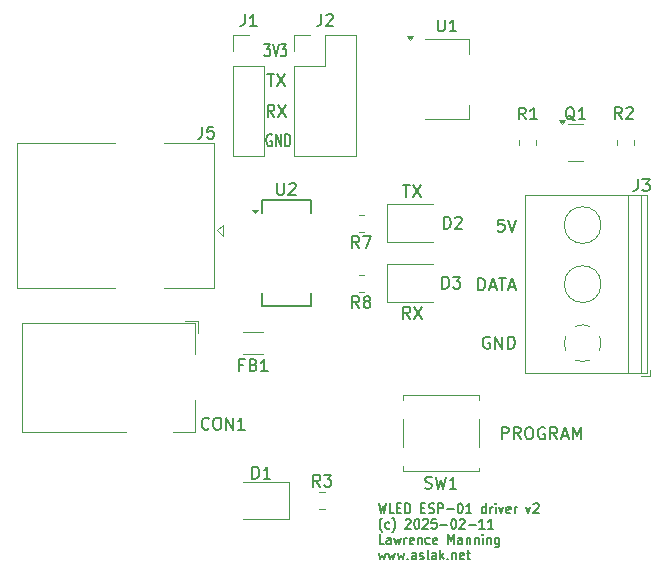
<source format=gbr>
%TF.GenerationSoftware,KiCad,Pcbnew,9.0.0+1*%
%TF.CreationDate,2025-03-04T14:17:01+00:00*%
%TF.ProjectId,ESP01LEDDriver,45535030-314c-4454-9444-72697665722e,rev?*%
%TF.SameCoordinates,Original*%
%TF.FileFunction,Legend,Top*%
%TF.FilePolarity,Positive*%
%FSLAX46Y46*%
G04 Gerber Fmt 4.6, Leading zero omitted, Abs format (unit mm)*
G04 Created by KiCad (PCBNEW 9.0.0+1) date 2025-03-04 14:17:01*
%MOMM*%
%LPD*%
G01*
G04 APERTURE LIST*
%ADD10C,0.127000*%
%ADD11C,0.203200*%
%ADD12C,0.152400*%
%ADD13C,0.150000*%
%ADD14C,0.120000*%
G04 APERTURE END LIST*
D10*
X32450409Y-21037416D02*
X32922123Y-21037416D01*
X32922123Y-21037416D02*
X32668123Y-21424464D01*
X32668123Y-21424464D02*
X32776980Y-21424464D01*
X32776980Y-21424464D02*
X32849552Y-21472845D01*
X32849552Y-21472845D02*
X32885837Y-21521226D01*
X32885837Y-21521226D02*
X32922123Y-21617988D01*
X32922123Y-21617988D02*
X32922123Y-21859893D01*
X32922123Y-21859893D02*
X32885837Y-21956655D01*
X32885837Y-21956655D02*
X32849552Y-22005036D01*
X32849552Y-22005036D02*
X32776980Y-22053416D01*
X32776980Y-22053416D02*
X32559266Y-22053416D01*
X32559266Y-22053416D02*
X32486694Y-22005036D01*
X32486694Y-22005036D02*
X32450409Y-21956655D01*
X33139837Y-21037416D02*
X33393837Y-22053416D01*
X33393837Y-22053416D02*
X33647837Y-21037416D01*
X33829266Y-21037416D02*
X34300980Y-21037416D01*
X34300980Y-21037416D02*
X34046980Y-21424464D01*
X34046980Y-21424464D02*
X34155837Y-21424464D01*
X34155837Y-21424464D02*
X34228409Y-21472845D01*
X34228409Y-21472845D02*
X34264694Y-21521226D01*
X34264694Y-21521226D02*
X34300980Y-21617988D01*
X34300980Y-21617988D02*
X34300980Y-21859893D01*
X34300980Y-21859893D02*
X34264694Y-21956655D01*
X34264694Y-21956655D02*
X34228409Y-22005036D01*
X34228409Y-22005036D02*
X34155837Y-22053416D01*
X34155837Y-22053416D02*
X33938123Y-22053416D01*
X33938123Y-22053416D02*
X33865551Y-22005036D01*
X33865551Y-22005036D02*
X33829266Y-21956655D01*
D11*
X52728554Y-35892453D02*
X52244744Y-35892453D01*
X52244744Y-35892453D02*
X52196363Y-36376263D01*
X52196363Y-36376263D02*
X52244744Y-36327882D01*
X52244744Y-36327882D02*
X52341506Y-36279501D01*
X52341506Y-36279501D02*
X52583411Y-36279501D01*
X52583411Y-36279501D02*
X52680173Y-36327882D01*
X52680173Y-36327882D02*
X52728554Y-36376263D01*
X52728554Y-36376263D02*
X52776935Y-36473025D01*
X52776935Y-36473025D02*
X52776935Y-36714930D01*
X52776935Y-36714930D02*
X52728554Y-36811692D01*
X52728554Y-36811692D02*
X52680173Y-36860073D01*
X52680173Y-36860073D02*
X52583411Y-36908453D01*
X52583411Y-36908453D02*
X52341506Y-36908453D01*
X52341506Y-36908453D02*
X52244744Y-36860073D01*
X52244744Y-36860073D02*
X52196363Y-36811692D01*
X53067220Y-35892453D02*
X53405887Y-36908453D01*
X53405887Y-36908453D02*
X53744554Y-35892453D01*
D10*
X32692313Y-23577416D02*
X33272885Y-23577416D01*
X32982599Y-24593416D02*
X32982599Y-23577416D01*
X33514789Y-23577416D02*
X34192123Y-24593416D01*
X34192123Y-23577416D02*
X33514789Y-24593416D01*
D11*
X52541714Y-54475093D02*
X52541714Y-53459093D01*
X52541714Y-53459093D02*
X52928762Y-53459093D01*
X52928762Y-53459093D02*
X53025524Y-53507474D01*
X53025524Y-53507474D02*
X53073905Y-53555855D01*
X53073905Y-53555855D02*
X53122286Y-53652617D01*
X53122286Y-53652617D02*
X53122286Y-53797760D01*
X53122286Y-53797760D02*
X53073905Y-53894522D01*
X53073905Y-53894522D02*
X53025524Y-53942903D01*
X53025524Y-53942903D02*
X52928762Y-53991284D01*
X52928762Y-53991284D02*
X52541714Y-53991284D01*
X54138286Y-54475093D02*
X53799619Y-53991284D01*
X53557714Y-54475093D02*
X53557714Y-53459093D01*
X53557714Y-53459093D02*
X53944762Y-53459093D01*
X53944762Y-53459093D02*
X54041524Y-53507474D01*
X54041524Y-53507474D02*
X54089905Y-53555855D01*
X54089905Y-53555855D02*
X54138286Y-53652617D01*
X54138286Y-53652617D02*
X54138286Y-53797760D01*
X54138286Y-53797760D02*
X54089905Y-53894522D01*
X54089905Y-53894522D02*
X54041524Y-53942903D01*
X54041524Y-53942903D02*
X53944762Y-53991284D01*
X53944762Y-53991284D02*
X53557714Y-53991284D01*
X54767238Y-53459093D02*
X54960762Y-53459093D01*
X54960762Y-53459093D02*
X55057524Y-53507474D01*
X55057524Y-53507474D02*
X55154286Y-53604236D01*
X55154286Y-53604236D02*
X55202667Y-53797760D01*
X55202667Y-53797760D02*
X55202667Y-54136427D01*
X55202667Y-54136427D02*
X55154286Y-54329951D01*
X55154286Y-54329951D02*
X55057524Y-54426713D01*
X55057524Y-54426713D02*
X54960762Y-54475093D01*
X54960762Y-54475093D02*
X54767238Y-54475093D01*
X54767238Y-54475093D02*
X54670476Y-54426713D01*
X54670476Y-54426713D02*
X54573714Y-54329951D01*
X54573714Y-54329951D02*
X54525333Y-54136427D01*
X54525333Y-54136427D02*
X54525333Y-53797760D01*
X54525333Y-53797760D02*
X54573714Y-53604236D01*
X54573714Y-53604236D02*
X54670476Y-53507474D01*
X54670476Y-53507474D02*
X54767238Y-53459093D01*
X56170286Y-53507474D02*
X56073524Y-53459093D01*
X56073524Y-53459093D02*
X55928381Y-53459093D01*
X55928381Y-53459093D02*
X55783238Y-53507474D01*
X55783238Y-53507474D02*
X55686476Y-53604236D01*
X55686476Y-53604236D02*
X55638095Y-53700998D01*
X55638095Y-53700998D02*
X55589714Y-53894522D01*
X55589714Y-53894522D02*
X55589714Y-54039665D01*
X55589714Y-54039665D02*
X55638095Y-54233189D01*
X55638095Y-54233189D02*
X55686476Y-54329951D01*
X55686476Y-54329951D02*
X55783238Y-54426713D01*
X55783238Y-54426713D02*
X55928381Y-54475093D01*
X55928381Y-54475093D02*
X56025143Y-54475093D01*
X56025143Y-54475093D02*
X56170286Y-54426713D01*
X56170286Y-54426713D02*
X56218667Y-54378332D01*
X56218667Y-54378332D02*
X56218667Y-54039665D01*
X56218667Y-54039665D02*
X56025143Y-54039665D01*
X57234667Y-54475093D02*
X56896000Y-53991284D01*
X56654095Y-54475093D02*
X56654095Y-53459093D01*
X56654095Y-53459093D02*
X57041143Y-53459093D01*
X57041143Y-53459093D02*
X57137905Y-53507474D01*
X57137905Y-53507474D02*
X57186286Y-53555855D01*
X57186286Y-53555855D02*
X57234667Y-53652617D01*
X57234667Y-53652617D02*
X57234667Y-53797760D01*
X57234667Y-53797760D02*
X57186286Y-53894522D01*
X57186286Y-53894522D02*
X57137905Y-53942903D01*
X57137905Y-53942903D02*
X57041143Y-53991284D01*
X57041143Y-53991284D02*
X56654095Y-53991284D01*
X57621714Y-54184808D02*
X58105524Y-54184808D01*
X57524952Y-54475093D02*
X57863619Y-53459093D01*
X57863619Y-53459093D02*
X58202286Y-54475093D01*
X58540952Y-54475093D02*
X58540952Y-53459093D01*
X58540952Y-53459093D02*
X58879619Y-54184808D01*
X58879619Y-54184808D02*
X59218286Y-53459093D01*
X59218286Y-53459093D02*
X59218286Y-54475093D01*
X51519030Y-45846834D02*
X51422268Y-45798453D01*
X51422268Y-45798453D02*
X51277125Y-45798453D01*
X51277125Y-45798453D02*
X51131982Y-45846834D01*
X51131982Y-45846834D02*
X51035220Y-45943596D01*
X51035220Y-45943596D02*
X50986839Y-46040358D01*
X50986839Y-46040358D02*
X50938458Y-46233882D01*
X50938458Y-46233882D02*
X50938458Y-46379025D01*
X50938458Y-46379025D02*
X50986839Y-46572549D01*
X50986839Y-46572549D02*
X51035220Y-46669311D01*
X51035220Y-46669311D02*
X51131982Y-46766073D01*
X51131982Y-46766073D02*
X51277125Y-46814453D01*
X51277125Y-46814453D02*
X51373887Y-46814453D01*
X51373887Y-46814453D02*
X51519030Y-46766073D01*
X51519030Y-46766073D02*
X51567411Y-46717692D01*
X51567411Y-46717692D02*
X51567411Y-46379025D01*
X51567411Y-46379025D02*
X51373887Y-46379025D01*
X52002839Y-46814453D02*
X52002839Y-45798453D01*
X52002839Y-45798453D02*
X52583411Y-46814453D01*
X52583411Y-46814453D02*
X52583411Y-45798453D01*
X53067220Y-46814453D02*
X53067220Y-45798453D01*
X53067220Y-45798453D02*
X53309125Y-45798453D01*
X53309125Y-45798453D02*
X53454268Y-45846834D01*
X53454268Y-45846834D02*
X53551030Y-45943596D01*
X53551030Y-45943596D02*
X53599411Y-46040358D01*
X53599411Y-46040358D02*
X53647792Y-46233882D01*
X53647792Y-46233882D02*
X53647792Y-46379025D01*
X53647792Y-46379025D02*
X53599411Y-46572549D01*
X53599411Y-46572549D02*
X53551030Y-46669311D01*
X53551030Y-46669311D02*
X53454268Y-46766073D01*
X53454268Y-46766073D02*
X53309125Y-46814453D01*
X53309125Y-46814453D02*
X53067220Y-46814453D01*
D10*
X33291028Y-27173416D02*
X32952361Y-26689607D01*
X32710456Y-27173416D02*
X32710456Y-26157416D01*
X32710456Y-26157416D02*
X33097504Y-26157416D01*
X33097504Y-26157416D02*
X33194266Y-26205797D01*
X33194266Y-26205797D02*
X33242647Y-26254178D01*
X33242647Y-26254178D02*
X33291028Y-26350940D01*
X33291028Y-26350940D02*
X33291028Y-26496083D01*
X33291028Y-26496083D02*
X33242647Y-26592845D01*
X33242647Y-26592845D02*
X33194266Y-26641226D01*
X33194266Y-26641226D02*
X33097504Y-26689607D01*
X33097504Y-26689607D02*
X32710456Y-26689607D01*
X33629694Y-26157416D02*
X34307028Y-27173416D01*
X34307028Y-26157416D02*
X33629694Y-27173416D01*
D11*
X50551411Y-41861453D02*
X50551411Y-40845453D01*
X50551411Y-40845453D02*
X50793316Y-40845453D01*
X50793316Y-40845453D02*
X50938459Y-40893834D01*
X50938459Y-40893834D02*
X51035221Y-40990596D01*
X51035221Y-40990596D02*
X51083602Y-41087358D01*
X51083602Y-41087358D02*
X51131983Y-41280882D01*
X51131983Y-41280882D02*
X51131983Y-41426025D01*
X51131983Y-41426025D02*
X51083602Y-41619549D01*
X51083602Y-41619549D02*
X51035221Y-41716311D01*
X51035221Y-41716311D02*
X50938459Y-41813073D01*
X50938459Y-41813073D02*
X50793316Y-41861453D01*
X50793316Y-41861453D02*
X50551411Y-41861453D01*
X51519030Y-41571168D02*
X52002840Y-41571168D01*
X51422268Y-41861453D02*
X51760935Y-40845453D01*
X51760935Y-40845453D02*
X52099602Y-41861453D01*
X52293125Y-40845453D02*
X52873697Y-40845453D01*
X52583411Y-41861453D02*
X52583411Y-40845453D01*
X53163982Y-41571168D02*
X53647792Y-41571168D01*
X53067220Y-41861453D02*
X53405887Y-40845453D01*
X53405887Y-40845453D02*
X53744554Y-41861453D01*
D12*
X42119120Y-59924117D02*
X42300548Y-60736917D01*
X42300548Y-60736917D02*
X42445691Y-60156346D01*
X42445691Y-60156346D02*
X42590834Y-60736917D01*
X42590834Y-60736917D02*
X42772263Y-59924117D01*
X43425405Y-60736917D02*
X43062548Y-60736917D01*
X43062548Y-60736917D02*
X43062548Y-59924117D01*
X43679405Y-60311165D02*
X43933405Y-60311165D01*
X44042262Y-60736917D02*
X43679405Y-60736917D01*
X43679405Y-60736917D02*
X43679405Y-59924117D01*
X43679405Y-59924117D02*
X44042262Y-59924117D01*
X44368834Y-60736917D02*
X44368834Y-59924117D01*
X44368834Y-59924117D02*
X44550263Y-59924117D01*
X44550263Y-59924117D02*
X44659120Y-59962822D01*
X44659120Y-59962822D02*
X44731691Y-60040232D01*
X44731691Y-60040232D02*
X44767977Y-60117641D01*
X44767977Y-60117641D02*
X44804263Y-60272460D01*
X44804263Y-60272460D02*
X44804263Y-60388574D01*
X44804263Y-60388574D02*
X44767977Y-60543393D01*
X44767977Y-60543393D02*
X44731691Y-60620803D01*
X44731691Y-60620803D02*
X44659120Y-60698213D01*
X44659120Y-60698213D02*
X44550263Y-60736917D01*
X44550263Y-60736917D02*
X44368834Y-60736917D01*
X45711405Y-60311165D02*
X45965405Y-60311165D01*
X46074262Y-60736917D02*
X45711405Y-60736917D01*
X45711405Y-60736917D02*
X45711405Y-59924117D01*
X45711405Y-59924117D02*
X46074262Y-59924117D01*
X46364548Y-60698213D02*
X46473406Y-60736917D01*
X46473406Y-60736917D02*
X46654834Y-60736917D01*
X46654834Y-60736917D02*
X46727406Y-60698213D01*
X46727406Y-60698213D02*
X46763691Y-60659508D01*
X46763691Y-60659508D02*
X46799977Y-60582098D01*
X46799977Y-60582098D02*
X46799977Y-60504689D01*
X46799977Y-60504689D02*
X46763691Y-60427279D01*
X46763691Y-60427279D02*
X46727406Y-60388574D01*
X46727406Y-60388574D02*
X46654834Y-60349870D01*
X46654834Y-60349870D02*
X46509691Y-60311165D01*
X46509691Y-60311165D02*
X46437120Y-60272460D01*
X46437120Y-60272460D02*
X46400834Y-60233755D01*
X46400834Y-60233755D02*
X46364548Y-60156346D01*
X46364548Y-60156346D02*
X46364548Y-60078936D01*
X46364548Y-60078936D02*
X46400834Y-60001527D01*
X46400834Y-60001527D02*
X46437120Y-59962822D01*
X46437120Y-59962822D02*
X46509691Y-59924117D01*
X46509691Y-59924117D02*
X46691120Y-59924117D01*
X46691120Y-59924117D02*
X46799977Y-59962822D01*
X47126548Y-60736917D02*
X47126548Y-59924117D01*
X47126548Y-59924117D02*
X47416834Y-59924117D01*
X47416834Y-59924117D02*
X47489405Y-59962822D01*
X47489405Y-59962822D02*
X47525691Y-60001527D01*
X47525691Y-60001527D02*
X47561977Y-60078936D01*
X47561977Y-60078936D02*
X47561977Y-60195051D01*
X47561977Y-60195051D02*
X47525691Y-60272460D01*
X47525691Y-60272460D02*
X47489405Y-60311165D01*
X47489405Y-60311165D02*
X47416834Y-60349870D01*
X47416834Y-60349870D02*
X47126548Y-60349870D01*
X47888548Y-60427279D02*
X48469120Y-60427279D01*
X48977120Y-59924117D02*
X49049691Y-59924117D01*
X49049691Y-59924117D02*
X49122263Y-59962822D01*
X49122263Y-59962822D02*
X49158549Y-60001527D01*
X49158549Y-60001527D02*
X49194834Y-60078936D01*
X49194834Y-60078936D02*
X49231120Y-60233755D01*
X49231120Y-60233755D02*
X49231120Y-60427279D01*
X49231120Y-60427279D02*
X49194834Y-60582098D01*
X49194834Y-60582098D02*
X49158549Y-60659508D01*
X49158549Y-60659508D02*
X49122263Y-60698213D01*
X49122263Y-60698213D02*
X49049691Y-60736917D01*
X49049691Y-60736917D02*
X48977120Y-60736917D01*
X48977120Y-60736917D02*
X48904549Y-60698213D01*
X48904549Y-60698213D02*
X48868263Y-60659508D01*
X48868263Y-60659508D02*
X48831977Y-60582098D01*
X48831977Y-60582098D02*
X48795691Y-60427279D01*
X48795691Y-60427279D02*
X48795691Y-60233755D01*
X48795691Y-60233755D02*
X48831977Y-60078936D01*
X48831977Y-60078936D02*
X48868263Y-60001527D01*
X48868263Y-60001527D02*
X48904549Y-59962822D01*
X48904549Y-59962822D02*
X48977120Y-59924117D01*
X49956834Y-60736917D02*
X49521405Y-60736917D01*
X49739120Y-60736917D02*
X49739120Y-59924117D01*
X49739120Y-59924117D02*
X49666548Y-60040232D01*
X49666548Y-60040232D02*
X49593977Y-60117641D01*
X49593977Y-60117641D02*
X49521405Y-60156346D01*
X51190548Y-60736917D02*
X51190548Y-59924117D01*
X51190548Y-60698213D02*
X51117976Y-60736917D01*
X51117976Y-60736917D02*
X50972833Y-60736917D01*
X50972833Y-60736917D02*
X50900262Y-60698213D01*
X50900262Y-60698213D02*
X50863976Y-60659508D01*
X50863976Y-60659508D02*
X50827690Y-60582098D01*
X50827690Y-60582098D02*
X50827690Y-60349870D01*
X50827690Y-60349870D02*
X50863976Y-60272460D01*
X50863976Y-60272460D02*
X50900262Y-60233755D01*
X50900262Y-60233755D02*
X50972833Y-60195051D01*
X50972833Y-60195051D02*
X51117976Y-60195051D01*
X51117976Y-60195051D02*
X51190548Y-60233755D01*
X51553405Y-60736917D02*
X51553405Y-60195051D01*
X51553405Y-60349870D02*
X51589691Y-60272460D01*
X51589691Y-60272460D02*
X51625977Y-60233755D01*
X51625977Y-60233755D02*
X51698548Y-60195051D01*
X51698548Y-60195051D02*
X51771119Y-60195051D01*
X52025119Y-60736917D02*
X52025119Y-60195051D01*
X52025119Y-59924117D02*
X51988833Y-59962822D01*
X51988833Y-59962822D02*
X52025119Y-60001527D01*
X52025119Y-60001527D02*
X52061405Y-59962822D01*
X52061405Y-59962822D02*
X52025119Y-59924117D01*
X52025119Y-59924117D02*
X52025119Y-60001527D01*
X52315405Y-60195051D02*
X52496833Y-60736917D01*
X52496833Y-60736917D02*
X52678262Y-60195051D01*
X53258833Y-60698213D02*
X53186261Y-60736917D01*
X53186261Y-60736917D02*
X53041119Y-60736917D01*
X53041119Y-60736917D02*
X52968547Y-60698213D01*
X52968547Y-60698213D02*
X52932261Y-60620803D01*
X52932261Y-60620803D02*
X52932261Y-60311165D01*
X52932261Y-60311165D02*
X52968547Y-60233755D01*
X52968547Y-60233755D02*
X53041119Y-60195051D01*
X53041119Y-60195051D02*
X53186261Y-60195051D01*
X53186261Y-60195051D02*
X53258833Y-60233755D01*
X53258833Y-60233755D02*
X53295119Y-60311165D01*
X53295119Y-60311165D02*
X53295119Y-60388574D01*
X53295119Y-60388574D02*
X52932261Y-60465984D01*
X53621690Y-60736917D02*
X53621690Y-60195051D01*
X53621690Y-60349870D02*
X53657976Y-60272460D01*
X53657976Y-60272460D02*
X53694262Y-60233755D01*
X53694262Y-60233755D02*
X53766833Y-60195051D01*
X53766833Y-60195051D02*
X53839404Y-60195051D01*
X54601404Y-60195051D02*
X54782832Y-60736917D01*
X54782832Y-60736917D02*
X54964261Y-60195051D01*
X55218260Y-60001527D02*
X55254546Y-59962822D01*
X55254546Y-59962822D02*
X55327118Y-59924117D01*
X55327118Y-59924117D02*
X55508546Y-59924117D01*
X55508546Y-59924117D02*
X55581118Y-59962822D01*
X55581118Y-59962822D02*
X55617403Y-60001527D01*
X55617403Y-60001527D02*
X55653689Y-60078936D01*
X55653689Y-60078936D02*
X55653689Y-60156346D01*
X55653689Y-60156346D02*
X55617403Y-60272460D01*
X55617403Y-60272460D02*
X55181975Y-60736917D01*
X55181975Y-60736917D02*
X55653689Y-60736917D01*
X42409405Y-62355117D02*
X42373120Y-62316413D01*
X42373120Y-62316413D02*
X42300548Y-62200298D01*
X42300548Y-62200298D02*
X42264263Y-62122889D01*
X42264263Y-62122889D02*
X42227977Y-62006775D01*
X42227977Y-62006775D02*
X42191691Y-61813251D01*
X42191691Y-61813251D02*
X42191691Y-61658432D01*
X42191691Y-61658432D02*
X42227977Y-61464908D01*
X42227977Y-61464908D02*
X42264263Y-61348794D01*
X42264263Y-61348794D02*
X42300548Y-61271384D01*
X42300548Y-61271384D02*
X42373120Y-61155270D01*
X42373120Y-61155270D02*
X42409405Y-61116565D01*
X43026263Y-62006775D02*
X42953691Y-62045479D01*
X42953691Y-62045479D02*
X42808548Y-62045479D01*
X42808548Y-62045479D02*
X42735977Y-62006775D01*
X42735977Y-62006775D02*
X42699691Y-61968070D01*
X42699691Y-61968070D02*
X42663405Y-61890660D01*
X42663405Y-61890660D02*
X42663405Y-61658432D01*
X42663405Y-61658432D02*
X42699691Y-61581022D01*
X42699691Y-61581022D02*
X42735977Y-61542317D01*
X42735977Y-61542317D02*
X42808548Y-61503613D01*
X42808548Y-61503613D02*
X42953691Y-61503613D01*
X42953691Y-61503613D02*
X43026263Y-61542317D01*
X43280263Y-62355117D02*
X43316548Y-62316413D01*
X43316548Y-62316413D02*
X43389120Y-62200298D01*
X43389120Y-62200298D02*
X43425406Y-62122889D01*
X43425406Y-62122889D02*
X43461691Y-62006775D01*
X43461691Y-62006775D02*
X43497977Y-61813251D01*
X43497977Y-61813251D02*
X43497977Y-61658432D01*
X43497977Y-61658432D02*
X43461691Y-61464908D01*
X43461691Y-61464908D02*
X43425406Y-61348794D01*
X43425406Y-61348794D02*
X43389120Y-61271384D01*
X43389120Y-61271384D02*
X43316548Y-61155270D01*
X43316548Y-61155270D02*
X43280263Y-61116565D01*
X44405119Y-61310089D02*
X44441405Y-61271384D01*
X44441405Y-61271384D02*
X44513977Y-61232679D01*
X44513977Y-61232679D02*
X44695405Y-61232679D01*
X44695405Y-61232679D02*
X44767977Y-61271384D01*
X44767977Y-61271384D02*
X44804262Y-61310089D01*
X44804262Y-61310089D02*
X44840548Y-61387498D01*
X44840548Y-61387498D02*
X44840548Y-61464908D01*
X44840548Y-61464908D02*
X44804262Y-61581022D01*
X44804262Y-61581022D02*
X44368834Y-62045479D01*
X44368834Y-62045479D02*
X44840548Y-62045479D01*
X45312262Y-61232679D02*
X45384833Y-61232679D01*
X45384833Y-61232679D02*
X45457405Y-61271384D01*
X45457405Y-61271384D02*
X45493691Y-61310089D01*
X45493691Y-61310089D02*
X45529976Y-61387498D01*
X45529976Y-61387498D02*
X45566262Y-61542317D01*
X45566262Y-61542317D02*
X45566262Y-61735841D01*
X45566262Y-61735841D02*
X45529976Y-61890660D01*
X45529976Y-61890660D02*
X45493691Y-61968070D01*
X45493691Y-61968070D02*
X45457405Y-62006775D01*
X45457405Y-62006775D02*
X45384833Y-62045479D01*
X45384833Y-62045479D02*
X45312262Y-62045479D01*
X45312262Y-62045479D02*
X45239691Y-62006775D01*
X45239691Y-62006775D02*
X45203405Y-61968070D01*
X45203405Y-61968070D02*
X45167119Y-61890660D01*
X45167119Y-61890660D02*
X45130833Y-61735841D01*
X45130833Y-61735841D02*
X45130833Y-61542317D01*
X45130833Y-61542317D02*
X45167119Y-61387498D01*
X45167119Y-61387498D02*
X45203405Y-61310089D01*
X45203405Y-61310089D02*
X45239691Y-61271384D01*
X45239691Y-61271384D02*
X45312262Y-61232679D01*
X45856547Y-61310089D02*
X45892833Y-61271384D01*
X45892833Y-61271384D02*
X45965405Y-61232679D01*
X45965405Y-61232679D02*
X46146833Y-61232679D01*
X46146833Y-61232679D02*
X46219405Y-61271384D01*
X46219405Y-61271384D02*
X46255690Y-61310089D01*
X46255690Y-61310089D02*
X46291976Y-61387498D01*
X46291976Y-61387498D02*
X46291976Y-61464908D01*
X46291976Y-61464908D02*
X46255690Y-61581022D01*
X46255690Y-61581022D02*
X45820262Y-62045479D01*
X45820262Y-62045479D02*
X46291976Y-62045479D01*
X46981404Y-61232679D02*
X46618547Y-61232679D01*
X46618547Y-61232679D02*
X46582261Y-61619727D01*
X46582261Y-61619727D02*
X46618547Y-61581022D01*
X46618547Y-61581022D02*
X46691119Y-61542317D01*
X46691119Y-61542317D02*
X46872547Y-61542317D01*
X46872547Y-61542317D02*
X46945119Y-61581022D01*
X46945119Y-61581022D02*
X46981404Y-61619727D01*
X46981404Y-61619727D02*
X47017690Y-61697136D01*
X47017690Y-61697136D02*
X47017690Y-61890660D01*
X47017690Y-61890660D02*
X46981404Y-61968070D01*
X46981404Y-61968070D02*
X46945119Y-62006775D01*
X46945119Y-62006775D02*
X46872547Y-62045479D01*
X46872547Y-62045479D02*
X46691119Y-62045479D01*
X46691119Y-62045479D02*
X46618547Y-62006775D01*
X46618547Y-62006775D02*
X46582261Y-61968070D01*
X47344261Y-61735841D02*
X47924833Y-61735841D01*
X48432833Y-61232679D02*
X48505404Y-61232679D01*
X48505404Y-61232679D02*
X48577976Y-61271384D01*
X48577976Y-61271384D02*
X48614262Y-61310089D01*
X48614262Y-61310089D02*
X48650547Y-61387498D01*
X48650547Y-61387498D02*
X48686833Y-61542317D01*
X48686833Y-61542317D02*
X48686833Y-61735841D01*
X48686833Y-61735841D02*
X48650547Y-61890660D01*
X48650547Y-61890660D02*
X48614262Y-61968070D01*
X48614262Y-61968070D02*
X48577976Y-62006775D01*
X48577976Y-62006775D02*
X48505404Y-62045479D01*
X48505404Y-62045479D02*
X48432833Y-62045479D01*
X48432833Y-62045479D02*
X48360262Y-62006775D01*
X48360262Y-62006775D02*
X48323976Y-61968070D01*
X48323976Y-61968070D02*
X48287690Y-61890660D01*
X48287690Y-61890660D02*
X48251404Y-61735841D01*
X48251404Y-61735841D02*
X48251404Y-61542317D01*
X48251404Y-61542317D02*
X48287690Y-61387498D01*
X48287690Y-61387498D02*
X48323976Y-61310089D01*
X48323976Y-61310089D02*
X48360262Y-61271384D01*
X48360262Y-61271384D02*
X48432833Y-61232679D01*
X48977118Y-61310089D02*
X49013404Y-61271384D01*
X49013404Y-61271384D02*
X49085976Y-61232679D01*
X49085976Y-61232679D02*
X49267404Y-61232679D01*
X49267404Y-61232679D02*
X49339976Y-61271384D01*
X49339976Y-61271384D02*
X49376261Y-61310089D01*
X49376261Y-61310089D02*
X49412547Y-61387498D01*
X49412547Y-61387498D02*
X49412547Y-61464908D01*
X49412547Y-61464908D02*
X49376261Y-61581022D01*
X49376261Y-61581022D02*
X48940833Y-62045479D01*
X48940833Y-62045479D02*
X49412547Y-62045479D01*
X49739118Y-61735841D02*
X50319690Y-61735841D01*
X51081690Y-62045479D02*
X50646261Y-62045479D01*
X50863976Y-62045479D02*
X50863976Y-61232679D01*
X50863976Y-61232679D02*
X50791404Y-61348794D01*
X50791404Y-61348794D02*
X50718833Y-61426203D01*
X50718833Y-61426203D02*
X50646261Y-61464908D01*
X51807404Y-62045479D02*
X51371975Y-62045479D01*
X51589690Y-62045479D02*
X51589690Y-61232679D01*
X51589690Y-61232679D02*
X51517118Y-61348794D01*
X51517118Y-61348794D02*
X51444547Y-61426203D01*
X51444547Y-61426203D02*
X51371975Y-61464908D01*
X42554548Y-63354041D02*
X42191691Y-63354041D01*
X42191691Y-63354041D02*
X42191691Y-62541241D01*
X43135120Y-63354041D02*
X43135120Y-62928289D01*
X43135120Y-62928289D02*
X43098834Y-62850879D01*
X43098834Y-62850879D02*
X43026262Y-62812175D01*
X43026262Y-62812175D02*
X42881120Y-62812175D01*
X42881120Y-62812175D02*
X42808548Y-62850879D01*
X43135120Y-63315337D02*
X43062548Y-63354041D01*
X43062548Y-63354041D02*
X42881120Y-63354041D01*
X42881120Y-63354041D02*
X42808548Y-63315337D01*
X42808548Y-63315337D02*
X42772262Y-63237927D01*
X42772262Y-63237927D02*
X42772262Y-63160517D01*
X42772262Y-63160517D02*
X42808548Y-63083108D01*
X42808548Y-63083108D02*
X42881120Y-63044403D01*
X42881120Y-63044403D02*
X43062548Y-63044403D01*
X43062548Y-63044403D02*
X43135120Y-63005698D01*
X43425406Y-62812175D02*
X43570549Y-63354041D01*
X43570549Y-63354041D02*
X43715691Y-62966994D01*
X43715691Y-62966994D02*
X43860834Y-63354041D01*
X43860834Y-63354041D02*
X44005977Y-62812175D01*
X44296263Y-63354041D02*
X44296263Y-62812175D01*
X44296263Y-62966994D02*
X44332549Y-62889584D01*
X44332549Y-62889584D02*
X44368835Y-62850879D01*
X44368835Y-62850879D02*
X44441406Y-62812175D01*
X44441406Y-62812175D02*
X44513977Y-62812175D01*
X45058263Y-63315337D02*
X44985691Y-63354041D01*
X44985691Y-63354041D02*
X44840549Y-63354041D01*
X44840549Y-63354041D02*
X44767977Y-63315337D01*
X44767977Y-63315337D02*
X44731691Y-63237927D01*
X44731691Y-63237927D02*
X44731691Y-62928289D01*
X44731691Y-62928289D02*
X44767977Y-62850879D01*
X44767977Y-62850879D02*
X44840549Y-62812175D01*
X44840549Y-62812175D02*
X44985691Y-62812175D01*
X44985691Y-62812175D02*
X45058263Y-62850879D01*
X45058263Y-62850879D02*
X45094549Y-62928289D01*
X45094549Y-62928289D02*
X45094549Y-63005698D01*
X45094549Y-63005698D02*
X44731691Y-63083108D01*
X45421120Y-62812175D02*
X45421120Y-63354041D01*
X45421120Y-62889584D02*
X45457406Y-62850879D01*
X45457406Y-62850879D02*
X45529977Y-62812175D01*
X45529977Y-62812175D02*
X45638834Y-62812175D01*
X45638834Y-62812175D02*
X45711406Y-62850879D01*
X45711406Y-62850879D02*
X45747692Y-62928289D01*
X45747692Y-62928289D02*
X45747692Y-63354041D01*
X46437121Y-63315337D02*
X46364549Y-63354041D01*
X46364549Y-63354041D02*
X46219406Y-63354041D01*
X46219406Y-63354041D02*
X46146835Y-63315337D01*
X46146835Y-63315337D02*
X46110549Y-63276632D01*
X46110549Y-63276632D02*
X46074263Y-63199222D01*
X46074263Y-63199222D02*
X46074263Y-62966994D01*
X46074263Y-62966994D02*
X46110549Y-62889584D01*
X46110549Y-62889584D02*
X46146835Y-62850879D01*
X46146835Y-62850879D02*
X46219406Y-62812175D01*
X46219406Y-62812175D02*
X46364549Y-62812175D01*
X46364549Y-62812175D02*
X46437121Y-62850879D01*
X47053978Y-63315337D02*
X46981406Y-63354041D01*
X46981406Y-63354041D02*
X46836264Y-63354041D01*
X46836264Y-63354041D02*
X46763692Y-63315337D01*
X46763692Y-63315337D02*
X46727406Y-63237927D01*
X46727406Y-63237927D02*
X46727406Y-62928289D01*
X46727406Y-62928289D02*
X46763692Y-62850879D01*
X46763692Y-62850879D02*
X46836264Y-62812175D01*
X46836264Y-62812175D02*
X46981406Y-62812175D01*
X46981406Y-62812175D02*
X47053978Y-62850879D01*
X47053978Y-62850879D02*
X47090264Y-62928289D01*
X47090264Y-62928289D02*
X47090264Y-63005698D01*
X47090264Y-63005698D02*
X46727406Y-63083108D01*
X47997406Y-63354041D02*
X47997406Y-62541241D01*
X47997406Y-62541241D02*
X48251406Y-63121813D01*
X48251406Y-63121813D02*
X48505406Y-62541241D01*
X48505406Y-62541241D02*
X48505406Y-63354041D01*
X49194835Y-63354041D02*
X49194835Y-62928289D01*
X49194835Y-62928289D02*
X49158549Y-62850879D01*
X49158549Y-62850879D02*
X49085977Y-62812175D01*
X49085977Y-62812175D02*
X48940835Y-62812175D01*
X48940835Y-62812175D02*
X48868263Y-62850879D01*
X49194835Y-63315337D02*
X49122263Y-63354041D01*
X49122263Y-63354041D02*
X48940835Y-63354041D01*
X48940835Y-63354041D02*
X48868263Y-63315337D01*
X48868263Y-63315337D02*
X48831977Y-63237927D01*
X48831977Y-63237927D02*
X48831977Y-63160517D01*
X48831977Y-63160517D02*
X48868263Y-63083108D01*
X48868263Y-63083108D02*
X48940835Y-63044403D01*
X48940835Y-63044403D02*
X49122263Y-63044403D01*
X49122263Y-63044403D02*
X49194835Y-63005698D01*
X49557692Y-62812175D02*
X49557692Y-63354041D01*
X49557692Y-62889584D02*
X49593978Y-62850879D01*
X49593978Y-62850879D02*
X49666549Y-62812175D01*
X49666549Y-62812175D02*
X49775406Y-62812175D01*
X49775406Y-62812175D02*
X49847978Y-62850879D01*
X49847978Y-62850879D02*
X49884264Y-62928289D01*
X49884264Y-62928289D02*
X49884264Y-63354041D01*
X50247121Y-62812175D02*
X50247121Y-63354041D01*
X50247121Y-62889584D02*
X50283407Y-62850879D01*
X50283407Y-62850879D02*
X50355978Y-62812175D01*
X50355978Y-62812175D02*
X50464835Y-62812175D01*
X50464835Y-62812175D02*
X50537407Y-62850879D01*
X50537407Y-62850879D02*
X50573693Y-62928289D01*
X50573693Y-62928289D02*
X50573693Y-63354041D01*
X50936550Y-63354041D02*
X50936550Y-62812175D01*
X50936550Y-62541241D02*
X50900264Y-62579946D01*
X50900264Y-62579946D02*
X50936550Y-62618651D01*
X50936550Y-62618651D02*
X50972836Y-62579946D01*
X50972836Y-62579946D02*
X50936550Y-62541241D01*
X50936550Y-62541241D02*
X50936550Y-62618651D01*
X51299407Y-62812175D02*
X51299407Y-63354041D01*
X51299407Y-62889584D02*
X51335693Y-62850879D01*
X51335693Y-62850879D02*
X51408264Y-62812175D01*
X51408264Y-62812175D02*
X51517121Y-62812175D01*
X51517121Y-62812175D02*
X51589693Y-62850879D01*
X51589693Y-62850879D02*
X51625979Y-62928289D01*
X51625979Y-62928289D02*
X51625979Y-63354041D01*
X52315408Y-62812175D02*
X52315408Y-63470156D01*
X52315408Y-63470156D02*
X52279122Y-63547565D01*
X52279122Y-63547565D02*
X52242836Y-63586270D01*
X52242836Y-63586270D02*
X52170265Y-63624975D01*
X52170265Y-63624975D02*
X52061408Y-63624975D01*
X52061408Y-63624975D02*
X51988836Y-63586270D01*
X52315408Y-63315337D02*
X52242836Y-63354041D01*
X52242836Y-63354041D02*
X52097693Y-63354041D01*
X52097693Y-63354041D02*
X52025122Y-63315337D01*
X52025122Y-63315337D02*
X51988836Y-63276632D01*
X51988836Y-63276632D02*
X51952550Y-63199222D01*
X51952550Y-63199222D02*
X51952550Y-62966994D01*
X51952550Y-62966994D02*
X51988836Y-62889584D01*
X51988836Y-62889584D02*
X52025122Y-62850879D01*
X52025122Y-62850879D02*
X52097693Y-62812175D01*
X52097693Y-62812175D02*
X52242836Y-62812175D01*
X52242836Y-62812175D02*
X52315408Y-62850879D01*
X42119120Y-64120737D02*
X42264263Y-64662603D01*
X42264263Y-64662603D02*
X42409405Y-64275556D01*
X42409405Y-64275556D02*
X42554548Y-64662603D01*
X42554548Y-64662603D02*
X42699691Y-64120737D01*
X42917406Y-64120737D02*
X43062549Y-64662603D01*
X43062549Y-64662603D02*
X43207691Y-64275556D01*
X43207691Y-64275556D02*
X43352834Y-64662603D01*
X43352834Y-64662603D02*
X43497977Y-64120737D01*
X43715692Y-64120737D02*
X43860835Y-64662603D01*
X43860835Y-64662603D02*
X44005977Y-64275556D01*
X44005977Y-64275556D02*
X44151120Y-64662603D01*
X44151120Y-64662603D02*
X44296263Y-64120737D01*
X44586549Y-64585194D02*
X44622835Y-64623899D01*
X44622835Y-64623899D02*
X44586549Y-64662603D01*
X44586549Y-64662603D02*
X44550263Y-64623899D01*
X44550263Y-64623899D02*
X44586549Y-64585194D01*
X44586549Y-64585194D02*
X44586549Y-64662603D01*
X45275978Y-64662603D02*
X45275978Y-64236851D01*
X45275978Y-64236851D02*
X45239692Y-64159441D01*
X45239692Y-64159441D02*
X45167120Y-64120737D01*
X45167120Y-64120737D02*
X45021978Y-64120737D01*
X45021978Y-64120737D02*
X44949406Y-64159441D01*
X45275978Y-64623899D02*
X45203406Y-64662603D01*
X45203406Y-64662603D02*
X45021978Y-64662603D01*
X45021978Y-64662603D02*
X44949406Y-64623899D01*
X44949406Y-64623899D02*
X44913120Y-64546489D01*
X44913120Y-64546489D02*
X44913120Y-64469079D01*
X44913120Y-64469079D02*
X44949406Y-64391670D01*
X44949406Y-64391670D02*
X45021978Y-64352965D01*
X45021978Y-64352965D02*
X45203406Y-64352965D01*
X45203406Y-64352965D02*
X45275978Y-64314260D01*
X45602549Y-64623899D02*
X45675121Y-64662603D01*
X45675121Y-64662603D02*
X45820264Y-64662603D01*
X45820264Y-64662603D02*
X45892835Y-64623899D01*
X45892835Y-64623899D02*
X45929121Y-64546489D01*
X45929121Y-64546489D02*
X45929121Y-64507784D01*
X45929121Y-64507784D02*
X45892835Y-64430375D01*
X45892835Y-64430375D02*
X45820264Y-64391670D01*
X45820264Y-64391670D02*
X45711407Y-64391670D01*
X45711407Y-64391670D02*
X45638835Y-64352965D01*
X45638835Y-64352965D02*
X45602549Y-64275556D01*
X45602549Y-64275556D02*
X45602549Y-64236851D01*
X45602549Y-64236851D02*
X45638835Y-64159441D01*
X45638835Y-64159441D02*
X45711407Y-64120737D01*
X45711407Y-64120737D02*
X45820264Y-64120737D01*
X45820264Y-64120737D02*
X45892835Y-64159441D01*
X46364549Y-64662603D02*
X46291978Y-64623899D01*
X46291978Y-64623899D02*
X46255692Y-64546489D01*
X46255692Y-64546489D02*
X46255692Y-63849803D01*
X46981407Y-64662603D02*
X46981407Y-64236851D01*
X46981407Y-64236851D02*
X46945121Y-64159441D01*
X46945121Y-64159441D02*
X46872549Y-64120737D01*
X46872549Y-64120737D02*
X46727407Y-64120737D01*
X46727407Y-64120737D02*
X46654835Y-64159441D01*
X46981407Y-64623899D02*
X46908835Y-64662603D01*
X46908835Y-64662603D02*
X46727407Y-64662603D01*
X46727407Y-64662603D02*
X46654835Y-64623899D01*
X46654835Y-64623899D02*
X46618549Y-64546489D01*
X46618549Y-64546489D02*
X46618549Y-64469079D01*
X46618549Y-64469079D02*
X46654835Y-64391670D01*
X46654835Y-64391670D02*
X46727407Y-64352965D01*
X46727407Y-64352965D02*
X46908835Y-64352965D01*
X46908835Y-64352965D02*
X46981407Y-64314260D01*
X47344264Y-64662603D02*
X47344264Y-63849803D01*
X47416836Y-64352965D02*
X47634550Y-64662603D01*
X47634550Y-64120737D02*
X47344264Y-64430375D01*
X47961121Y-64585194D02*
X47997407Y-64623899D01*
X47997407Y-64623899D02*
X47961121Y-64662603D01*
X47961121Y-64662603D02*
X47924835Y-64623899D01*
X47924835Y-64623899D02*
X47961121Y-64585194D01*
X47961121Y-64585194D02*
X47961121Y-64662603D01*
X48323978Y-64120737D02*
X48323978Y-64662603D01*
X48323978Y-64198146D02*
X48360264Y-64159441D01*
X48360264Y-64159441D02*
X48432835Y-64120737D01*
X48432835Y-64120737D02*
X48541692Y-64120737D01*
X48541692Y-64120737D02*
X48614264Y-64159441D01*
X48614264Y-64159441D02*
X48650550Y-64236851D01*
X48650550Y-64236851D02*
X48650550Y-64662603D01*
X49303693Y-64623899D02*
X49231121Y-64662603D01*
X49231121Y-64662603D02*
X49085979Y-64662603D01*
X49085979Y-64662603D02*
X49013407Y-64623899D01*
X49013407Y-64623899D02*
X48977121Y-64546489D01*
X48977121Y-64546489D02*
X48977121Y-64236851D01*
X48977121Y-64236851D02*
X49013407Y-64159441D01*
X49013407Y-64159441D02*
X49085979Y-64120737D01*
X49085979Y-64120737D02*
X49231121Y-64120737D01*
X49231121Y-64120737D02*
X49303693Y-64159441D01*
X49303693Y-64159441D02*
X49339979Y-64236851D01*
X49339979Y-64236851D02*
X49339979Y-64314260D01*
X49339979Y-64314260D02*
X48977121Y-64391670D01*
X49557693Y-64120737D02*
X49847979Y-64120737D01*
X49666550Y-63849803D02*
X49666550Y-64546489D01*
X49666550Y-64546489D02*
X49702836Y-64623899D01*
X49702836Y-64623899D02*
X49775407Y-64662603D01*
X49775407Y-64662603D02*
X49847979Y-64662603D01*
D11*
X44788667Y-44274453D02*
X44450000Y-43790644D01*
X44208095Y-44274453D02*
X44208095Y-43258453D01*
X44208095Y-43258453D02*
X44595143Y-43258453D01*
X44595143Y-43258453D02*
X44691905Y-43306834D01*
X44691905Y-43306834D02*
X44740286Y-43355215D01*
X44740286Y-43355215D02*
X44788667Y-43451977D01*
X44788667Y-43451977D02*
X44788667Y-43597120D01*
X44788667Y-43597120D02*
X44740286Y-43693882D01*
X44740286Y-43693882D02*
X44691905Y-43742263D01*
X44691905Y-43742263D02*
X44595143Y-43790644D01*
X44595143Y-43790644D02*
X44208095Y-43790644D01*
X45127333Y-43258453D02*
X45804667Y-44274453D01*
X45804667Y-43258453D02*
X45127333Y-44274453D01*
X44183904Y-32971453D02*
X44764476Y-32971453D01*
X44474190Y-33987453D02*
X44474190Y-32971453D01*
X45006380Y-32971453D02*
X45683714Y-33987453D01*
X45683714Y-32971453D02*
X45006380Y-33987453D01*
D10*
X33049123Y-28705797D02*
X32976552Y-28657416D01*
X32976552Y-28657416D02*
X32867694Y-28657416D01*
X32867694Y-28657416D02*
X32758837Y-28705797D01*
X32758837Y-28705797D02*
X32686266Y-28802559D01*
X32686266Y-28802559D02*
X32649980Y-28899321D01*
X32649980Y-28899321D02*
X32613694Y-29092845D01*
X32613694Y-29092845D02*
X32613694Y-29237988D01*
X32613694Y-29237988D02*
X32649980Y-29431512D01*
X32649980Y-29431512D02*
X32686266Y-29528274D01*
X32686266Y-29528274D02*
X32758837Y-29625036D01*
X32758837Y-29625036D02*
X32867694Y-29673416D01*
X32867694Y-29673416D02*
X32940266Y-29673416D01*
X32940266Y-29673416D02*
X33049123Y-29625036D01*
X33049123Y-29625036D02*
X33085409Y-29576655D01*
X33085409Y-29576655D02*
X33085409Y-29237988D01*
X33085409Y-29237988D02*
X32940266Y-29237988D01*
X33411980Y-29673416D02*
X33411980Y-28657416D01*
X33411980Y-28657416D02*
X33847409Y-29673416D01*
X33847409Y-29673416D02*
X33847409Y-28657416D01*
X34210266Y-29673416D02*
X34210266Y-28657416D01*
X34210266Y-28657416D02*
X34391695Y-28657416D01*
X34391695Y-28657416D02*
X34500552Y-28705797D01*
X34500552Y-28705797D02*
X34573123Y-28802559D01*
X34573123Y-28802559D02*
X34609409Y-28899321D01*
X34609409Y-28899321D02*
X34645695Y-29092845D01*
X34645695Y-29092845D02*
X34645695Y-29237988D01*
X34645695Y-29237988D02*
X34609409Y-29431512D01*
X34609409Y-29431512D02*
X34573123Y-29528274D01*
X34573123Y-29528274D02*
X34500552Y-29625036D01*
X34500552Y-29625036D02*
X34391695Y-29673416D01*
X34391695Y-29673416D02*
X34210266Y-29673416D01*
D13*
X37168333Y-58494819D02*
X36835000Y-58018628D01*
X36596905Y-58494819D02*
X36596905Y-57494819D01*
X36596905Y-57494819D02*
X36977857Y-57494819D01*
X36977857Y-57494819D02*
X37073095Y-57542438D01*
X37073095Y-57542438D02*
X37120714Y-57590057D01*
X37120714Y-57590057D02*
X37168333Y-57685295D01*
X37168333Y-57685295D02*
X37168333Y-57828152D01*
X37168333Y-57828152D02*
X37120714Y-57923390D01*
X37120714Y-57923390D02*
X37073095Y-57971009D01*
X37073095Y-57971009D02*
X36977857Y-58018628D01*
X36977857Y-58018628D02*
X36596905Y-58018628D01*
X37501667Y-57494819D02*
X38120714Y-57494819D01*
X38120714Y-57494819D02*
X37787381Y-57875771D01*
X37787381Y-57875771D02*
X37930238Y-57875771D01*
X37930238Y-57875771D02*
X38025476Y-57923390D01*
X38025476Y-57923390D02*
X38073095Y-57971009D01*
X38073095Y-57971009D02*
X38120714Y-58066247D01*
X38120714Y-58066247D02*
X38120714Y-58304342D01*
X38120714Y-58304342D02*
X38073095Y-58399580D01*
X38073095Y-58399580D02*
X38025476Y-58447200D01*
X38025476Y-58447200D02*
X37930238Y-58494819D01*
X37930238Y-58494819D02*
X37644524Y-58494819D01*
X37644524Y-58494819D02*
X37549286Y-58447200D01*
X37549286Y-58447200D02*
X37501667Y-58399580D01*
X37253666Y-18504819D02*
X37253666Y-19219104D01*
X37253666Y-19219104D02*
X37206047Y-19361961D01*
X37206047Y-19361961D02*
X37110809Y-19457200D01*
X37110809Y-19457200D02*
X36967952Y-19504819D01*
X36967952Y-19504819D02*
X36872714Y-19504819D01*
X37682238Y-18600057D02*
X37729857Y-18552438D01*
X37729857Y-18552438D02*
X37825095Y-18504819D01*
X37825095Y-18504819D02*
X38063190Y-18504819D01*
X38063190Y-18504819D02*
X38158428Y-18552438D01*
X38158428Y-18552438D02*
X38206047Y-18600057D01*
X38206047Y-18600057D02*
X38253666Y-18695295D01*
X38253666Y-18695295D02*
X38253666Y-18790533D01*
X38253666Y-18790533D02*
X38206047Y-18933390D01*
X38206047Y-18933390D02*
X37634619Y-19504819D01*
X37634619Y-19504819D02*
X38253666Y-19504819D01*
X47521905Y-41729819D02*
X47521905Y-40729819D01*
X47521905Y-40729819D02*
X47760000Y-40729819D01*
X47760000Y-40729819D02*
X47902857Y-40777438D01*
X47902857Y-40777438D02*
X47998095Y-40872676D01*
X47998095Y-40872676D02*
X48045714Y-40967914D01*
X48045714Y-40967914D02*
X48093333Y-41158390D01*
X48093333Y-41158390D02*
X48093333Y-41301247D01*
X48093333Y-41301247D02*
X48045714Y-41491723D01*
X48045714Y-41491723D02*
X47998095Y-41586961D01*
X47998095Y-41586961D02*
X47902857Y-41682200D01*
X47902857Y-41682200D02*
X47760000Y-41729819D01*
X47760000Y-41729819D02*
X47521905Y-41729819D01*
X48426667Y-40729819D02*
X49045714Y-40729819D01*
X49045714Y-40729819D02*
X48712381Y-41110771D01*
X48712381Y-41110771D02*
X48855238Y-41110771D01*
X48855238Y-41110771D02*
X48950476Y-41158390D01*
X48950476Y-41158390D02*
X48998095Y-41206009D01*
X48998095Y-41206009D02*
X49045714Y-41301247D01*
X49045714Y-41301247D02*
X49045714Y-41539342D01*
X49045714Y-41539342D02*
X48998095Y-41634580D01*
X48998095Y-41634580D02*
X48950476Y-41682200D01*
X48950476Y-41682200D02*
X48855238Y-41729819D01*
X48855238Y-41729819D02*
X48569524Y-41729819D01*
X48569524Y-41729819D02*
X48474286Y-41682200D01*
X48474286Y-41682200D02*
X48426667Y-41634580D01*
X47648905Y-36649819D02*
X47648905Y-35649819D01*
X47648905Y-35649819D02*
X47887000Y-35649819D01*
X47887000Y-35649819D02*
X48029857Y-35697438D01*
X48029857Y-35697438D02*
X48125095Y-35792676D01*
X48125095Y-35792676D02*
X48172714Y-35887914D01*
X48172714Y-35887914D02*
X48220333Y-36078390D01*
X48220333Y-36078390D02*
X48220333Y-36221247D01*
X48220333Y-36221247D02*
X48172714Y-36411723D01*
X48172714Y-36411723D02*
X48125095Y-36506961D01*
X48125095Y-36506961D02*
X48029857Y-36602200D01*
X48029857Y-36602200D02*
X47887000Y-36649819D01*
X47887000Y-36649819D02*
X47648905Y-36649819D01*
X48601286Y-35745057D02*
X48648905Y-35697438D01*
X48648905Y-35697438D02*
X48744143Y-35649819D01*
X48744143Y-35649819D02*
X48982238Y-35649819D01*
X48982238Y-35649819D02*
X49077476Y-35697438D01*
X49077476Y-35697438D02*
X49125095Y-35745057D01*
X49125095Y-35745057D02*
X49172714Y-35840295D01*
X49172714Y-35840295D02*
X49172714Y-35935533D01*
X49172714Y-35935533D02*
X49125095Y-36078390D01*
X49125095Y-36078390D02*
X48553667Y-36649819D01*
X48553667Y-36649819D02*
X49172714Y-36649819D01*
X58705761Y-27487057D02*
X58610523Y-27439438D01*
X58610523Y-27439438D02*
X58515285Y-27344200D01*
X58515285Y-27344200D02*
X58372428Y-27201342D01*
X58372428Y-27201342D02*
X58277190Y-27153723D01*
X58277190Y-27153723D02*
X58181952Y-27153723D01*
X58229571Y-27391819D02*
X58134333Y-27344200D01*
X58134333Y-27344200D02*
X58039095Y-27248961D01*
X58039095Y-27248961D02*
X57991476Y-27058485D01*
X57991476Y-27058485D02*
X57991476Y-26725152D01*
X57991476Y-26725152D02*
X58039095Y-26534676D01*
X58039095Y-26534676D02*
X58134333Y-26439438D01*
X58134333Y-26439438D02*
X58229571Y-26391819D01*
X58229571Y-26391819D02*
X58420047Y-26391819D01*
X58420047Y-26391819D02*
X58515285Y-26439438D01*
X58515285Y-26439438D02*
X58610523Y-26534676D01*
X58610523Y-26534676D02*
X58658142Y-26725152D01*
X58658142Y-26725152D02*
X58658142Y-27058485D01*
X58658142Y-27058485D02*
X58610523Y-27248961D01*
X58610523Y-27248961D02*
X58515285Y-27344200D01*
X58515285Y-27344200D02*
X58420047Y-27391819D01*
X58420047Y-27391819D02*
X58229571Y-27391819D01*
X59610523Y-27391819D02*
X59039095Y-27391819D01*
X59324809Y-27391819D02*
X59324809Y-26391819D01*
X59324809Y-26391819D02*
X59229571Y-26534676D01*
X59229571Y-26534676D02*
X59134333Y-26629914D01*
X59134333Y-26629914D02*
X59039095Y-26677533D01*
X62698333Y-27378819D02*
X62365000Y-26902628D01*
X62126905Y-27378819D02*
X62126905Y-26378819D01*
X62126905Y-26378819D02*
X62507857Y-26378819D01*
X62507857Y-26378819D02*
X62603095Y-26426438D01*
X62603095Y-26426438D02*
X62650714Y-26474057D01*
X62650714Y-26474057D02*
X62698333Y-26569295D01*
X62698333Y-26569295D02*
X62698333Y-26712152D01*
X62698333Y-26712152D02*
X62650714Y-26807390D01*
X62650714Y-26807390D02*
X62603095Y-26855009D01*
X62603095Y-26855009D02*
X62507857Y-26902628D01*
X62507857Y-26902628D02*
X62126905Y-26902628D01*
X63079286Y-26474057D02*
X63126905Y-26426438D01*
X63126905Y-26426438D02*
X63222143Y-26378819D01*
X63222143Y-26378819D02*
X63460238Y-26378819D01*
X63460238Y-26378819D02*
X63555476Y-26426438D01*
X63555476Y-26426438D02*
X63603095Y-26474057D01*
X63603095Y-26474057D02*
X63650714Y-26569295D01*
X63650714Y-26569295D02*
X63650714Y-26664533D01*
X63650714Y-26664533D02*
X63603095Y-26807390D01*
X63603095Y-26807390D02*
X63031667Y-27378819D01*
X63031667Y-27378819D02*
X63650714Y-27378819D01*
X27741714Y-53572580D02*
X27694095Y-53620200D01*
X27694095Y-53620200D02*
X27551238Y-53667819D01*
X27551238Y-53667819D02*
X27456000Y-53667819D01*
X27456000Y-53667819D02*
X27313143Y-53620200D01*
X27313143Y-53620200D02*
X27217905Y-53524961D01*
X27217905Y-53524961D02*
X27170286Y-53429723D01*
X27170286Y-53429723D02*
X27122667Y-53239247D01*
X27122667Y-53239247D02*
X27122667Y-53096390D01*
X27122667Y-53096390D02*
X27170286Y-52905914D01*
X27170286Y-52905914D02*
X27217905Y-52810676D01*
X27217905Y-52810676D02*
X27313143Y-52715438D01*
X27313143Y-52715438D02*
X27456000Y-52667819D01*
X27456000Y-52667819D02*
X27551238Y-52667819D01*
X27551238Y-52667819D02*
X27694095Y-52715438D01*
X27694095Y-52715438D02*
X27741714Y-52763057D01*
X28360762Y-52667819D02*
X28551238Y-52667819D01*
X28551238Y-52667819D02*
X28646476Y-52715438D01*
X28646476Y-52715438D02*
X28741714Y-52810676D01*
X28741714Y-52810676D02*
X28789333Y-53001152D01*
X28789333Y-53001152D02*
X28789333Y-53334485D01*
X28789333Y-53334485D02*
X28741714Y-53524961D01*
X28741714Y-53524961D02*
X28646476Y-53620200D01*
X28646476Y-53620200D02*
X28551238Y-53667819D01*
X28551238Y-53667819D02*
X28360762Y-53667819D01*
X28360762Y-53667819D02*
X28265524Y-53620200D01*
X28265524Y-53620200D02*
X28170286Y-53524961D01*
X28170286Y-53524961D02*
X28122667Y-53334485D01*
X28122667Y-53334485D02*
X28122667Y-53001152D01*
X28122667Y-53001152D02*
X28170286Y-52810676D01*
X28170286Y-52810676D02*
X28265524Y-52715438D01*
X28265524Y-52715438D02*
X28360762Y-52667819D01*
X29217905Y-53667819D02*
X29217905Y-52667819D01*
X29217905Y-52667819D02*
X29789333Y-53667819D01*
X29789333Y-53667819D02*
X29789333Y-52667819D01*
X30789333Y-53667819D02*
X30217905Y-53667819D01*
X30503619Y-53667819D02*
X30503619Y-52667819D01*
X30503619Y-52667819D02*
X30408381Y-52810676D01*
X30408381Y-52810676D02*
X30313143Y-52905914D01*
X30313143Y-52905914D02*
X30217905Y-52953533D01*
X30781666Y-18504819D02*
X30781666Y-19219104D01*
X30781666Y-19219104D02*
X30734047Y-19361961D01*
X30734047Y-19361961D02*
X30638809Y-19457200D01*
X30638809Y-19457200D02*
X30495952Y-19504819D01*
X30495952Y-19504819D02*
X30400714Y-19504819D01*
X31781666Y-19504819D02*
X31210238Y-19504819D01*
X31495952Y-19504819D02*
X31495952Y-18504819D01*
X31495952Y-18504819D02*
X31400714Y-18647676D01*
X31400714Y-18647676D02*
X31305476Y-18742914D01*
X31305476Y-18742914D02*
X31210238Y-18790533D01*
X30662666Y-48186009D02*
X30329333Y-48186009D01*
X30329333Y-48709819D02*
X30329333Y-47709819D01*
X30329333Y-47709819D02*
X30805523Y-47709819D01*
X31519809Y-48186009D02*
X31662666Y-48233628D01*
X31662666Y-48233628D02*
X31710285Y-48281247D01*
X31710285Y-48281247D02*
X31757904Y-48376485D01*
X31757904Y-48376485D02*
X31757904Y-48519342D01*
X31757904Y-48519342D02*
X31710285Y-48614580D01*
X31710285Y-48614580D02*
X31662666Y-48662200D01*
X31662666Y-48662200D02*
X31567428Y-48709819D01*
X31567428Y-48709819D02*
X31186476Y-48709819D01*
X31186476Y-48709819D02*
X31186476Y-47709819D01*
X31186476Y-47709819D02*
X31519809Y-47709819D01*
X31519809Y-47709819D02*
X31615047Y-47757438D01*
X31615047Y-47757438D02*
X31662666Y-47805057D01*
X31662666Y-47805057D02*
X31710285Y-47900295D01*
X31710285Y-47900295D02*
X31710285Y-47995533D01*
X31710285Y-47995533D02*
X31662666Y-48090771D01*
X31662666Y-48090771D02*
X31615047Y-48138390D01*
X31615047Y-48138390D02*
X31519809Y-48186009D01*
X31519809Y-48186009D02*
X31186476Y-48186009D01*
X32710285Y-48709819D02*
X32138857Y-48709819D01*
X32424571Y-48709819D02*
X32424571Y-47709819D01*
X32424571Y-47709819D02*
X32329333Y-47852676D01*
X32329333Y-47852676D02*
X32234095Y-47947914D01*
X32234095Y-47947914D02*
X32138857Y-47995533D01*
X46037667Y-58622200D02*
X46180524Y-58669819D01*
X46180524Y-58669819D02*
X46418619Y-58669819D01*
X46418619Y-58669819D02*
X46513857Y-58622200D01*
X46513857Y-58622200D02*
X46561476Y-58574580D01*
X46561476Y-58574580D02*
X46609095Y-58479342D01*
X46609095Y-58479342D02*
X46609095Y-58384104D01*
X46609095Y-58384104D02*
X46561476Y-58288866D01*
X46561476Y-58288866D02*
X46513857Y-58241247D01*
X46513857Y-58241247D02*
X46418619Y-58193628D01*
X46418619Y-58193628D02*
X46228143Y-58146009D01*
X46228143Y-58146009D02*
X46132905Y-58098390D01*
X46132905Y-58098390D02*
X46085286Y-58050771D01*
X46085286Y-58050771D02*
X46037667Y-57955533D01*
X46037667Y-57955533D02*
X46037667Y-57860295D01*
X46037667Y-57860295D02*
X46085286Y-57765057D01*
X46085286Y-57765057D02*
X46132905Y-57717438D01*
X46132905Y-57717438D02*
X46228143Y-57669819D01*
X46228143Y-57669819D02*
X46466238Y-57669819D01*
X46466238Y-57669819D02*
X46609095Y-57717438D01*
X46942429Y-57669819D02*
X47180524Y-58669819D01*
X47180524Y-58669819D02*
X47371000Y-57955533D01*
X47371000Y-57955533D02*
X47561476Y-58669819D01*
X47561476Y-58669819D02*
X47799572Y-57669819D01*
X48704333Y-58669819D02*
X48132905Y-58669819D01*
X48418619Y-58669819D02*
X48418619Y-57669819D01*
X48418619Y-57669819D02*
X48323381Y-57812676D01*
X48323381Y-57812676D02*
X48228143Y-57907914D01*
X48228143Y-57907914D02*
X48132905Y-57955533D01*
X31429905Y-57818819D02*
X31429905Y-56818819D01*
X31429905Y-56818819D02*
X31668000Y-56818819D01*
X31668000Y-56818819D02*
X31810857Y-56866438D01*
X31810857Y-56866438D02*
X31906095Y-56961676D01*
X31906095Y-56961676D02*
X31953714Y-57056914D01*
X31953714Y-57056914D02*
X32001333Y-57247390D01*
X32001333Y-57247390D02*
X32001333Y-57390247D01*
X32001333Y-57390247D02*
X31953714Y-57580723D01*
X31953714Y-57580723D02*
X31906095Y-57675961D01*
X31906095Y-57675961D02*
X31810857Y-57771200D01*
X31810857Y-57771200D02*
X31668000Y-57818819D01*
X31668000Y-57818819D02*
X31429905Y-57818819D01*
X32953714Y-57818819D02*
X32382286Y-57818819D01*
X32668000Y-57818819D02*
X32668000Y-56818819D01*
X32668000Y-56818819D02*
X32572762Y-56961676D01*
X32572762Y-56961676D02*
X32477524Y-57056914D01*
X32477524Y-57056914D02*
X32382286Y-57104533D01*
X54570333Y-27402319D02*
X54237000Y-26926128D01*
X53998905Y-27402319D02*
X53998905Y-26402319D01*
X53998905Y-26402319D02*
X54379857Y-26402319D01*
X54379857Y-26402319D02*
X54475095Y-26449938D01*
X54475095Y-26449938D02*
X54522714Y-26497557D01*
X54522714Y-26497557D02*
X54570333Y-26592795D01*
X54570333Y-26592795D02*
X54570333Y-26735652D01*
X54570333Y-26735652D02*
X54522714Y-26830890D01*
X54522714Y-26830890D02*
X54475095Y-26878509D01*
X54475095Y-26878509D02*
X54379857Y-26926128D01*
X54379857Y-26926128D02*
X53998905Y-26926128D01*
X55522714Y-27402319D02*
X54951286Y-27402319D01*
X55237000Y-27402319D02*
X55237000Y-26402319D01*
X55237000Y-26402319D02*
X55141762Y-26545176D01*
X55141762Y-26545176D02*
X55046524Y-26640414D01*
X55046524Y-26640414D02*
X54951286Y-26688033D01*
X27164666Y-28029819D02*
X27164666Y-28744104D01*
X27164666Y-28744104D02*
X27117047Y-28886961D01*
X27117047Y-28886961D02*
X27021809Y-28982200D01*
X27021809Y-28982200D02*
X26878952Y-29029819D01*
X26878952Y-29029819D02*
X26783714Y-29029819D01*
X28117047Y-28029819D02*
X27640857Y-28029819D01*
X27640857Y-28029819D02*
X27593238Y-28506009D01*
X27593238Y-28506009D02*
X27640857Y-28458390D01*
X27640857Y-28458390D02*
X27736095Y-28410771D01*
X27736095Y-28410771D02*
X27974190Y-28410771D01*
X27974190Y-28410771D02*
X28069428Y-28458390D01*
X28069428Y-28458390D02*
X28117047Y-28506009D01*
X28117047Y-28506009D02*
X28164666Y-28601247D01*
X28164666Y-28601247D02*
X28164666Y-28839342D01*
X28164666Y-28839342D02*
X28117047Y-28934580D01*
X28117047Y-28934580D02*
X28069428Y-28982200D01*
X28069428Y-28982200D02*
X27974190Y-29029819D01*
X27974190Y-29029819D02*
X27736095Y-29029819D01*
X27736095Y-29029819D02*
X27640857Y-28982200D01*
X27640857Y-28982200D02*
X27593238Y-28934580D01*
X64055666Y-32474819D02*
X64055666Y-33189104D01*
X64055666Y-33189104D02*
X64008047Y-33331961D01*
X64008047Y-33331961D02*
X63912809Y-33427200D01*
X63912809Y-33427200D02*
X63769952Y-33474819D01*
X63769952Y-33474819D02*
X63674714Y-33474819D01*
X64436619Y-32474819D02*
X65055666Y-32474819D01*
X65055666Y-32474819D02*
X64722333Y-32855771D01*
X64722333Y-32855771D02*
X64865190Y-32855771D01*
X64865190Y-32855771D02*
X64960428Y-32903390D01*
X64960428Y-32903390D02*
X65008047Y-32951009D01*
X65008047Y-32951009D02*
X65055666Y-33046247D01*
X65055666Y-33046247D02*
X65055666Y-33284342D01*
X65055666Y-33284342D02*
X65008047Y-33379580D01*
X65008047Y-33379580D02*
X64960428Y-33427200D01*
X64960428Y-33427200D02*
X64865190Y-33474819D01*
X64865190Y-33474819D02*
X64579476Y-33474819D01*
X64579476Y-33474819D02*
X64484238Y-33427200D01*
X64484238Y-33427200D02*
X64436619Y-33379580D01*
X47124595Y-18957819D02*
X47124595Y-19767342D01*
X47124595Y-19767342D02*
X47172214Y-19862580D01*
X47172214Y-19862580D02*
X47219833Y-19910200D01*
X47219833Y-19910200D02*
X47315071Y-19957819D01*
X47315071Y-19957819D02*
X47505547Y-19957819D01*
X47505547Y-19957819D02*
X47600785Y-19910200D01*
X47600785Y-19910200D02*
X47648404Y-19862580D01*
X47648404Y-19862580D02*
X47696023Y-19767342D01*
X47696023Y-19767342D02*
X47696023Y-18957819D01*
X48696023Y-19957819D02*
X48124595Y-19957819D01*
X48410309Y-19957819D02*
X48410309Y-18957819D01*
X48410309Y-18957819D02*
X48315071Y-19100676D01*
X48315071Y-19100676D02*
X48219833Y-19195914D01*
X48219833Y-19195914D02*
X48124595Y-19243533D01*
X40473333Y-38299819D02*
X40140000Y-37823628D01*
X39901905Y-38299819D02*
X39901905Y-37299819D01*
X39901905Y-37299819D02*
X40282857Y-37299819D01*
X40282857Y-37299819D02*
X40378095Y-37347438D01*
X40378095Y-37347438D02*
X40425714Y-37395057D01*
X40425714Y-37395057D02*
X40473333Y-37490295D01*
X40473333Y-37490295D02*
X40473333Y-37633152D01*
X40473333Y-37633152D02*
X40425714Y-37728390D01*
X40425714Y-37728390D02*
X40378095Y-37776009D01*
X40378095Y-37776009D02*
X40282857Y-37823628D01*
X40282857Y-37823628D02*
X39901905Y-37823628D01*
X40806667Y-37299819D02*
X41473333Y-37299819D01*
X41473333Y-37299819D02*
X41044762Y-38299819D01*
X40473333Y-43379819D02*
X40140000Y-42903628D01*
X39901905Y-43379819D02*
X39901905Y-42379819D01*
X39901905Y-42379819D02*
X40282857Y-42379819D01*
X40282857Y-42379819D02*
X40378095Y-42427438D01*
X40378095Y-42427438D02*
X40425714Y-42475057D01*
X40425714Y-42475057D02*
X40473333Y-42570295D01*
X40473333Y-42570295D02*
X40473333Y-42713152D01*
X40473333Y-42713152D02*
X40425714Y-42808390D01*
X40425714Y-42808390D02*
X40378095Y-42856009D01*
X40378095Y-42856009D02*
X40282857Y-42903628D01*
X40282857Y-42903628D02*
X39901905Y-42903628D01*
X41044762Y-42808390D02*
X40949524Y-42760771D01*
X40949524Y-42760771D02*
X40901905Y-42713152D01*
X40901905Y-42713152D02*
X40854286Y-42617914D01*
X40854286Y-42617914D02*
X40854286Y-42570295D01*
X40854286Y-42570295D02*
X40901905Y-42475057D01*
X40901905Y-42475057D02*
X40949524Y-42427438D01*
X40949524Y-42427438D02*
X41044762Y-42379819D01*
X41044762Y-42379819D02*
X41235238Y-42379819D01*
X41235238Y-42379819D02*
X41330476Y-42427438D01*
X41330476Y-42427438D02*
X41378095Y-42475057D01*
X41378095Y-42475057D02*
X41425714Y-42570295D01*
X41425714Y-42570295D02*
X41425714Y-42617914D01*
X41425714Y-42617914D02*
X41378095Y-42713152D01*
X41378095Y-42713152D02*
X41330476Y-42760771D01*
X41330476Y-42760771D02*
X41235238Y-42808390D01*
X41235238Y-42808390D02*
X41044762Y-42808390D01*
X41044762Y-42808390D02*
X40949524Y-42856009D01*
X40949524Y-42856009D02*
X40901905Y-42903628D01*
X40901905Y-42903628D02*
X40854286Y-42998866D01*
X40854286Y-42998866D02*
X40854286Y-43189342D01*
X40854286Y-43189342D02*
X40901905Y-43284580D01*
X40901905Y-43284580D02*
X40949524Y-43332200D01*
X40949524Y-43332200D02*
X41044762Y-43379819D01*
X41044762Y-43379819D02*
X41235238Y-43379819D01*
X41235238Y-43379819D02*
X41330476Y-43332200D01*
X41330476Y-43332200D02*
X41378095Y-43284580D01*
X41378095Y-43284580D02*
X41425714Y-43189342D01*
X41425714Y-43189342D02*
X41425714Y-42998866D01*
X41425714Y-42998866D02*
X41378095Y-42903628D01*
X41378095Y-42903628D02*
X41330476Y-42856009D01*
X41330476Y-42856009D02*
X41235238Y-42808390D01*
X33528095Y-32789819D02*
X33528095Y-33599342D01*
X33528095Y-33599342D02*
X33575714Y-33694580D01*
X33575714Y-33694580D02*
X33623333Y-33742200D01*
X33623333Y-33742200D02*
X33718571Y-33789819D01*
X33718571Y-33789819D02*
X33909047Y-33789819D01*
X33909047Y-33789819D02*
X34004285Y-33742200D01*
X34004285Y-33742200D02*
X34051904Y-33694580D01*
X34051904Y-33694580D02*
X34099523Y-33599342D01*
X34099523Y-33599342D02*
X34099523Y-32789819D01*
X34528095Y-32885057D02*
X34575714Y-32837438D01*
X34575714Y-32837438D02*
X34670952Y-32789819D01*
X34670952Y-32789819D02*
X34909047Y-32789819D01*
X34909047Y-32789819D02*
X35004285Y-32837438D01*
X35004285Y-32837438D02*
X35051904Y-32885057D01*
X35051904Y-32885057D02*
X35099523Y-32980295D01*
X35099523Y-32980295D02*
X35099523Y-33075533D01*
X35099523Y-33075533D02*
X35051904Y-33218390D01*
X35051904Y-33218390D02*
X34480476Y-33789819D01*
X34480476Y-33789819D02*
X35099523Y-33789819D01*
D14*
%TO.C,R3*%
X37107936Y-58955000D02*
X37562064Y-58955000D01*
X37107936Y-60425000D02*
X37562064Y-60425000D01*
%TO.C,J2*%
X34987000Y-20260000D02*
X36317000Y-20260000D01*
X34987000Y-21590000D02*
X34987000Y-20260000D01*
X34987000Y-22860000D02*
X34987000Y-30540000D01*
X34987000Y-22860000D02*
X37587000Y-22860000D01*
X34987000Y-30540000D02*
X40187000Y-30540000D01*
X37587000Y-20260000D02*
X40187000Y-20260000D01*
X37587000Y-22860000D02*
X37587000Y-20260000D01*
X40187000Y-20260000D02*
X40187000Y-30540000D01*
%TO.C,D3*%
X42800000Y-39690000D02*
X42800000Y-42860000D01*
X42800000Y-42860000D02*
X46685000Y-42860000D01*
X46685000Y-39690000D02*
X42800000Y-39690000D01*
%TO.C,D2*%
X42800000Y-34610000D02*
X42800000Y-37780000D01*
X42800000Y-37780000D02*
X46685000Y-37780000D01*
X46685000Y-34610000D02*
X42800000Y-34610000D01*
%TO.C,Q1*%
X58801000Y-27777000D02*
X58151000Y-27777000D01*
X58801000Y-27777000D02*
X59451000Y-27777000D01*
X58801000Y-30897000D02*
X58151000Y-30897000D01*
X58801000Y-30897000D02*
X59451000Y-30897000D01*
X57638500Y-27827000D02*
X57398500Y-27497000D01*
X57878500Y-27497000D01*
X57638500Y-27827000D01*
G36*
X57638500Y-27827000D02*
G01*
X57398500Y-27497000D01*
X57878500Y-27497000D01*
X57638500Y-27827000D01*
G37*
%TO.C,R2*%
X62257000Y-29564064D02*
X62257000Y-29109936D01*
X63727000Y-29564064D02*
X63727000Y-29109936D01*
%TO.C,CON1*%
X11885000Y-44676000D02*
X26585000Y-44676000D01*
X11885000Y-53876000D02*
X11885000Y-44676000D01*
X20685000Y-53876000D02*
X11885000Y-53876000D01*
X25735000Y-44476000D02*
X26785000Y-44476000D01*
X26585000Y-44676000D02*
X26585000Y-47276000D01*
X26585000Y-51176000D02*
X26585000Y-53876000D01*
X26585000Y-53876000D02*
X24685000Y-53876000D01*
X26785000Y-45526000D02*
X26785000Y-44476000D01*
%TO.C,J1*%
X29785000Y-20260000D02*
X31115000Y-20260000D01*
X29785000Y-21590000D02*
X29785000Y-20260000D01*
X29785000Y-22860000D02*
X29785000Y-30540000D01*
X29785000Y-22860000D02*
X32445000Y-22860000D01*
X29785000Y-30540000D02*
X32445000Y-30540000D01*
X32445000Y-22860000D02*
X32445000Y-30540000D01*
%TO.C,FB1*%
X32331242Y-45445000D02*
X30660758Y-45445000D01*
X32331242Y-47265000D02*
X30660758Y-47265000D01*
%TO.C,SW1*%
X44161000Y-50765000D02*
X44161000Y-51175000D01*
X44161000Y-52775000D02*
X44161000Y-55175000D01*
X44161000Y-56775000D02*
X44161000Y-57185000D01*
X44161000Y-57185000D02*
X50581000Y-57185000D01*
X50581000Y-50765000D02*
X44161000Y-50765000D01*
X50581000Y-51175000D02*
X50581000Y-50765000D01*
X50581000Y-55175000D02*
X50581000Y-52775000D01*
X50581000Y-57185000D02*
X50581000Y-56905000D01*
%TO.C,D1*%
X30655000Y-61275000D02*
X34540000Y-61275000D01*
X34540000Y-58105000D02*
X30655000Y-58105000D01*
X34540000Y-61275000D02*
X34540000Y-58105000D01*
%TO.C,R1*%
X54002000Y-29109936D02*
X54002000Y-29564064D01*
X55472000Y-29109936D02*
X55472000Y-29564064D01*
%TO.C,J5*%
X11462500Y-29400000D02*
X19822500Y-29400000D01*
X11462500Y-41720000D02*
X11462500Y-29400000D01*
X19822500Y-41720000D02*
X11462500Y-41720000D01*
X23922500Y-41720000D02*
X28182500Y-41720000D01*
X28182500Y-29400000D02*
X23922500Y-29400000D01*
X28182500Y-41720000D02*
X28182500Y-29400000D01*
X28402500Y-36810000D02*
X28902500Y-37310000D01*
X28902500Y-36310000D02*
X28402500Y-36810000D01*
X28902500Y-37310000D02*
X28902500Y-36310000D01*
%TO.C,J3*%
X54530000Y-33795000D02*
X64850000Y-33795000D01*
X54530000Y-48915000D02*
X54530000Y-33795000D01*
X54530000Y-48915000D02*
X64850000Y-48915000D01*
X63190000Y-48915000D02*
X63190000Y-33795000D01*
X64290000Y-48915000D02*
X64290000Y-33795000D01*
X64350000Y-49155000D02*
X65090000Y-49155000D01*
X64850000Y-48915000D02*
X64850000Y-33795000D01*
X65090000Y-49155000D02*
X65090000Y-48655000D01*
X57957891Y-46962742D02*
G75*
G02*
X57958000Y-45747000I1432109J607742D01*
G01*
X58782258Y-44922891D02*
G75*
G02*
X59998000Y-44923000I607743J-1432112D01*
G01*
X59997742Y-47787109D02*
G75*
G02*
X58782000Y-47787000I-607742J1432109D01*
G01*
X60821385Y-45747413D02*
G75*
G02*
X60945000Y-46355000I-1431385J-607587D01*
G01*
X60945493Y-46327989D02*
G75*
G02*
X60822000Y-46963000I-1555481J-27013D01*
G01*
X60945000Y-36355000D02*
G75*
G02*
X57835000Y-36355000I-1555000J0D01*
G01*
X57835000Y-36355000D02*
G75*
G02*
X60945000Y-36355000I1555000J0D01*
G01*
X60945000Y-41355000D02*
G75*
G02*
X57835000Y-41355000I-1555000J0D01*
G01*
X57835000Y-41355000D02*
G75*
G02*
X60945000Y-41355000I1555000J0D01*
G01*
%TO.C,U1*%
X46036500Y-20593000D02*
X49796500Y-20593000D01*
X46036500Y-27413000D02*
X49796500Y-27413000D01*
X49796500Y-20593000D02*
X49796500Y-21853000D01*
X49796500Y-27413000D02*
X49796500Y-26153000D01*
X44756500Y-20693000D02*
X44516500Y-20363000D01*
X44996500Y-20363000D01*
X44756500Y-20693000D01*
G36*
X44756500Y-20693000D02*
G01*
X44516500Y-20363000D01*
X44996500Y-20363000D01*
X44756500Y-20693000D01*
G37*
%TO.C,R7*%
X40867064Y-35460000D02*
X40412936Y-35460000D01*
X40867064Y-36930000D02*
X40412936Y-36930000D01*
%TO.C,R8*%
X40867064Y-40540000D02*
X40412936Y-40540000D01*
X40867064Y-42010000D02*
X40412936Y-42010000D01*
D13*
%TO.C,U2*%
X32215000Y-34260000D02*
X36365000Y-34260000D01*
X32215000Y-35370000D02*
X32215000Y-34260000D01*
X32215000Y-43210000D02*
X32215000Y-42100000D01*
X32215000Y-43210000D02*
X36365000Y-43210000D01*
X36365000Y-34260000D02*
X36365000Y-35370000D01*
X36365000Y-43210000D02*
X36365000Y-42100000D01*
D14*
X31652500Y-35370000D02*
X31412500Y-35040000D01*
X31892500Y-35040000D01*
X31652500Y-35370000D01*
G36*
X31652500Y-35370000D02*
G01*
X31412500Y-35040000D01*
X31892500Y-35040000D01*
X31652500Y-35370000D01*
G37*
%TD*%
M02*

</source>
